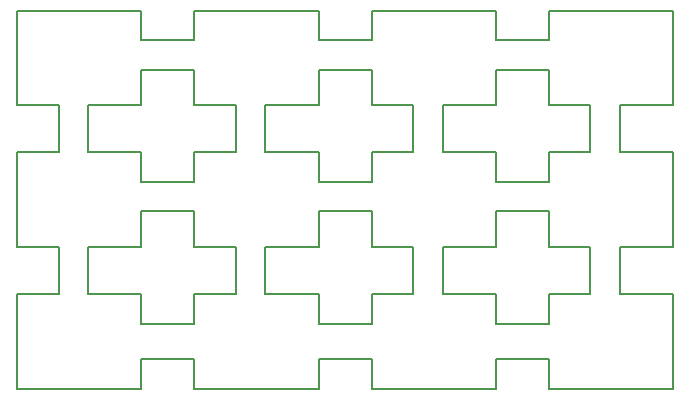
<source format=gbr>
G04 #@! TF.GenerationSoftware,KiCad,Pcbnew,5.0.2-bee76a0~70~ubuntu18.04.1*
G04 #@! TF.CreationDate,2020-01-30T22:42:59+01:00*
G04 #@! TF.ProjectId,schmitt_trigger_adapter,7363686d-6974-4745-9f74-726967676572,rev?*
G04 #@! TF.SameCoordinates,Original*
G04 #@! TF.FileFunction,Profile,NP*
%FSLAX46Y46*%
G04 Gerber Fmt 4.6, Leading zero omitted, Abs format (unit mm)*
G04 Created by KiCad (PCBNEW 5.0.2-bee76a0~70~ubuntu18.04.1) date Thu 30 Jan 2020 10:42:59 PM CET*
%MOMM*%
%LPD*%
G01*
G04 APERTURE LIST*
%ADD10C,0.150000*%
G04 APERTURE END LIST*
D10*
X178000000Y-89000000D02*
X173500000Y-89000000D01*
X163000000Y-89000000D02*
X158500000Y-89000000D01*
X148000000Y-89000000D02*
X143500000Y-89000000D01*
X178000000Y-77000000D02*
X173500000Y-77000000D01*
X163000000Y-77000000D02*
X158500000Y-77000000D01*
X184000000Y-96000000D02*
X188500000Y-96000000D01*
X169000000Y-96000000D02*
X173500000Y-96000000D01*
X154000000Y-96000000D02*
X158500000Y-96000000D01*
X139000000Y-96000000D02*
X143500000Y-96000000D01*
X184000000Y-84000000D02*
X188500000Y-84000000D01*
X169000000Y-84000000D02*
X173500000Y-84000000D01*
X154000000Y-84000000D02*
X158500000Y-84000000D01*
X178000000Y-98500000D02*
X178000000Y-96000000D01*
X163000000Y-98500000D02*
X163000000Y-96000000D01*
X148000000Y-98500000D02*
X148000000Y-96000000D01*
X178000000Y-86500000D02*
X178000000Y-84000000D01*
X163000000Y-86500000D02*
X163000000Y-84000000D01*
X178000000Y-96000000D02*
X181500000Y-96000000D01*
X163000000Y-96000000D02*
X166500000Y-96000000D01*
X148000000Y-96000000D02*
X151500000Y-96000000D01*
X178000000Y-84000000D02*
X181500000Y-84000000D01*
X163000000Y-84000000D02*
X166500000Y-84000000D01*
X178000000Y-92000000D02*
X178000000Y-89000000D01*
X163000000Y-92000000D02*
X163000000Y-89000000D01*
X148000000Y-92000000D02*
X148000000Y-89000000D01*
X178000000Y-80000000D02*
X178000000Y-77000000D01*
X163000000Y-80000000D02*
X163000000Y-77000000D01*
X188500000Y-96000000D02*
X188500000Y-98500000D01*
X173500000Y-96000000D02*
X173500000Y-98500000D01*
X158500000Y-96000000D02*
X158500000Y-98500000D01*
X143500000Y-96000000D02*
X143500000Y-98500000D01*
X188500000Y-84000000D02*
X188500000Y-86500000D01*
X173500000Y-84000000D02*
X173500000Y-86500000D01*
X158500000Y-84000000D02*
X158500000Y-86500000D01*
X181500000Y-96000000D02*
X181500000Y-92000000D01*
X166500000Y-96000000D02*
X166500000Y-92000000D01*
X151500000Y-96000000D02*
X151500000Y-92000000D01*
X181500000Y-84000000D02*
X181500000Y-80000000D01*
X166500000Y-84000000D02*
X166500000Y-80000000D01*
X173500000Y-98500000D02*
X178000000Y-98500000D01*
X158500000Y-98500000D02*
X163000000Y-98500000D01*
X143500000Y-98500000D02*
X148000000Y-98500000D01*
X173500000Y-86500000D02*
X178000000Y-86500000D01*
X158500000Y-86500000D02*
X163000000Y-86500000D01*
X188500000Y-92000000D02*
X184000000Y-92000000D01*
X173500000Y-92000000D02*
X169000000Y-92000000D01*
X158500000Y-92000000D02*
X154000000Y-92000000D01*
X143500000Y-92000000D02*
X139000000Y-92000000D01*
X188500000Y-80000000D02*
X184000000Y-80000000D01*
X173500000Y-80000000D02*
X169000000Y-80000000D01*
X158500000Y-80000000D02*
X154000000Y-80000000D01*
X184000000Y-92000000D02*
X184000000Y-96000000D01*
X169000000Y-92000000D02*
X169000000Y-96000000D01*
X154000000Y-92000000D02*
X154000000Y-96000000D01*
X139000000Y-92000000D02*
X139000000Y-96000000D01*
X184000000Y-80000000D02*
X184000000Y-84000000D01*
X169000000Y-80000000D02*
X169000000Y-84000000D01*
X154000000Y-80000000D02*
X154000000Y-84000000D01*
X188500000Y-89000000D02*
X188500000Y-92000000D01*
X173500000Y-89000000D02*
X173500000Y-92000000D01*
X158500000Y-89000000D02*
X158500000Y-92000000D01*
X143500000Y-89000000D02*
X143500000Y-92000000D01*
X188500000Y-77000000D02*
X188500000Y-80000000D01*
X173500000Y-77000000D02*
X173500000Y-80000000D01*
X158500000Y-77000000D02*
X158500000Y-80000000D01*
X181500000Y-92000000D02*
X178000000Y-92000000D01*
X166500000Y-92000000D02*
X163000000Y-92000000D01*
X151500000Y-92000000D02*
X148000000Y-92000000D01*
X181500000Y-80000000D02*
X178000000Y-80000000D01*
X166500000Y-80000000D02*
X163000000Y-80000000D01*
X143500000Y-80000000D02*
X139000000Y-80000000D01*
X143500000Y-77000000D02*
X143500000Y-80000000D01*
X148000000Y-77000000D02*
X143500000Y-77000000D01*
X148000000Y-80000000D02*
X148000000Y-77000000D01*
X151500000Y-80000000D02*
X148000000Y-80000000D01*
X151500000Y-84000000D02*
X151500000Y-80000000D01*
X148000000Y-84000000D02*
X151500000Y-84000000D01*
X148000000Y-86500000D02*
X148000000Y-84000000D01*
X143500000Y-86500000D02*
X148000000Y-86500000D01*
X143500000Y-84000000D02*
X143500000Y-86500000D01*
X139000000Y-84000000D02*
X143500000Y-84000000D01*
X139000000Y-80000000D02*
X139000000Y-84000000D01*
X143500000Y-72000000D02*
X133000000Y-72000000D01*
X143500000Y-74500000D02*
X143500000Y-72000000D01*
X148000000Y-74500000D02*
X143500000Y-74500000D01*
X148000000Y-72000000D02*
X148000000Y-74500000D01*
X158500000Y-72000000D02*
X148000000Y-72000000D01*
X158500000Y-74500000D02*
X158500000Y-72000000D01*
X163000000Y-74500000D02*
X158500000Y-74500000D01*
X163000000Y-72000000D02*
X163000000Y-74500000D01*
X173500000Y-72000000D02*
X163000000Y-72000000D01*
X173500000Y-74500000D02*
X173500000Y-72000000D01*
X178000000Y-74500000D02*
X173500000Y-74500000D01*
X178000000Y-72000000D02*
X178000000Y-74500000D01*
X188500000Y-72000000D02*
X178000000Y-72000000D01*
X188500000Y-80000000D02*
X188500000Y-72000000D01*
X185500000Y-80000000D02*
X188500000Y-80000000D01*
X188500000Y-84000000D02*
X185500000Y-84000000D01*
X188500000Y-92000000D02*
X188500000Y-84000000D01*
X185500000Y-92000000D02*
X188500000Y-92000000D01*
X188500000Y-96000000D02*
X185500000Y-96000000D01*
X188500000Y-104000000D02*
X188500000Y-96000000D01*
X178000000Y-104000000D02*
X188500000Y-104000000D01*
X178000000Y-101500000D02*
X178000000Y-104000000D01*
X173500000Y-101500000D02*
X178000000Y-101500000D01*
X173500000Y-104000000D02*
X173500000Y-101500000D01*
X163000000Y-104000000D02*
X173500000Y-104000000D01*
X163000000Y-101500000D02*
X163000000Y-104000000D01*
X158500000Y-101500000D02*
X163000000Y-101500000D01*
X158500000Y-104000000D02*
X158500000Y-101500000D01*
X148000000Y-104000000D02*
X158500000Y-104000000D01*
X148000000Y-101500000D02*
X148000000Y-104000000D01*
X143500000Y-101500000D02*
X148000000Y-101500000D01*
X143500000Y-104000000D02*
X143500000Y-101500000D01*
X133000000Y-104000000D02*
X143500000Y-104000000D01*
X133000000Y-96000000D02*
X133000000Y-104000000D01*
X136500000Y-96000000D02*
X133000000Y-96000000D01*
X136500000Y-92000000D02*
X136500000Y-96000000D01*
X133000000Y-92000000D02*
X136500000Y-92000000D01*
X133000000Y-84000000D02*
X133000000Y-92000000D01*
X136500000Y-84000000D02*
X133000000Y-84000000D01*
X136500000Y-80000000D02*
X136500000Y-84000000D01*
X133000000Y-80000000D02*
X136500000Y-80000000D01*
X133000000Y-72000000D02*
X133000000Y-80000000D01*
M02*

</source>
